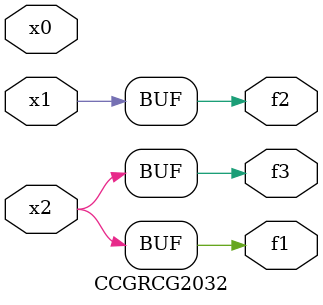
<source format=v>
module CCGRCG2032(
	input x0, x1, x2,
	output f1, f2, f3
);
	assign f1 = x2;
	assign f2 = x1;
	assign f3 = x2;
endmodule

</source>
